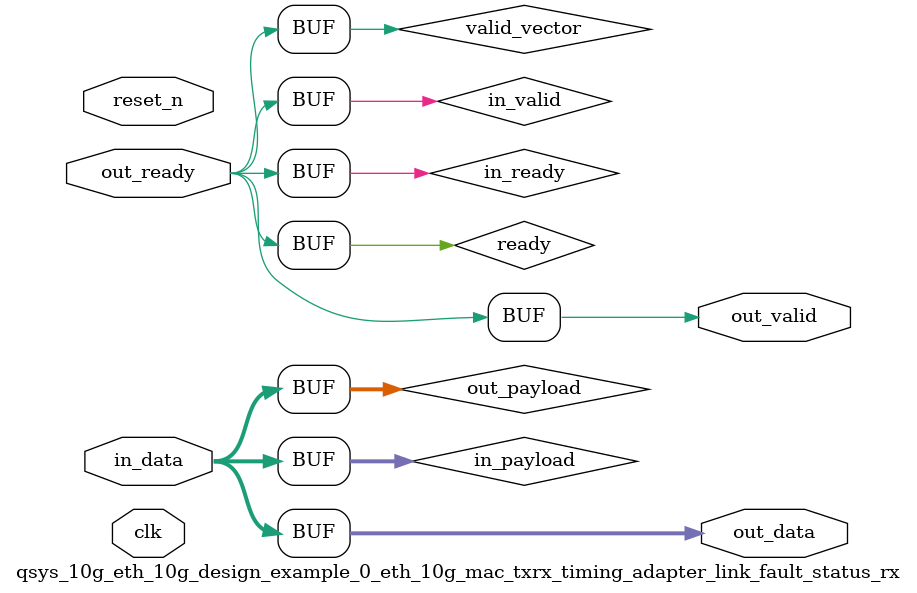
<source format=v>

`timescale 1ns / 100ps
module qsys_10g_eth_10g_design_example_0_eth_10g_mac_txrx_timing_adapter_link_fault_status_rx (
    
      // Interface: clk
      input              clk,
      // Interface: reset
      input              reset_n,
      // Interface: in
      input      [ 1: 0] in_data,
      // Interface: out
      output reg [ 1: 0] out_data,
      input              out_ready,
      output reg         out_valid
);




   // ---------------------------------------------------------------------
   //| Signal Declarations
   // ---------------------------------------------------------------------

   reg  [ 1: 0] in_payload;
   reg  [ 1: 0] out_payload;
   reg  [ 0: 0] ready;
   reg          in_ready;
   // synthesis translate_off
   always @(negedge in_ready) begin
      $display("%m: The downstream component is backpressuring by deasserting ready, but the upstream component can't be backpressured.");
   end
   // synthesis translate_on   
   reg          in_valid;
   reg  [ 0: 0] valid_vector;


   // ---------------------------------------------------------------------
   //| Payload Mapping
   // ---------------------------------------------------------------------
   always @* begin
     in_payload = {in_data};
     {out_data} = out_payload;
   end

   // ---------------------------------------------------------------------
   //| Ready & valid signals.
   // ---------------------------------------------------------------------
   always @* begin
     ready[0] = out_ready;
     out_valid = in_valid;
     out_payload = in_payload;
     in_ready = ready[0];
   end



   // ---------------------------------------------------------------------
   //| Input Valid Generation
   // ---------------------------------------------------------------------
   always @* begin
      valid_vector[0] = in_ready;
      in_valid        = valid_vector[0];
   end


endmodule


</source>
